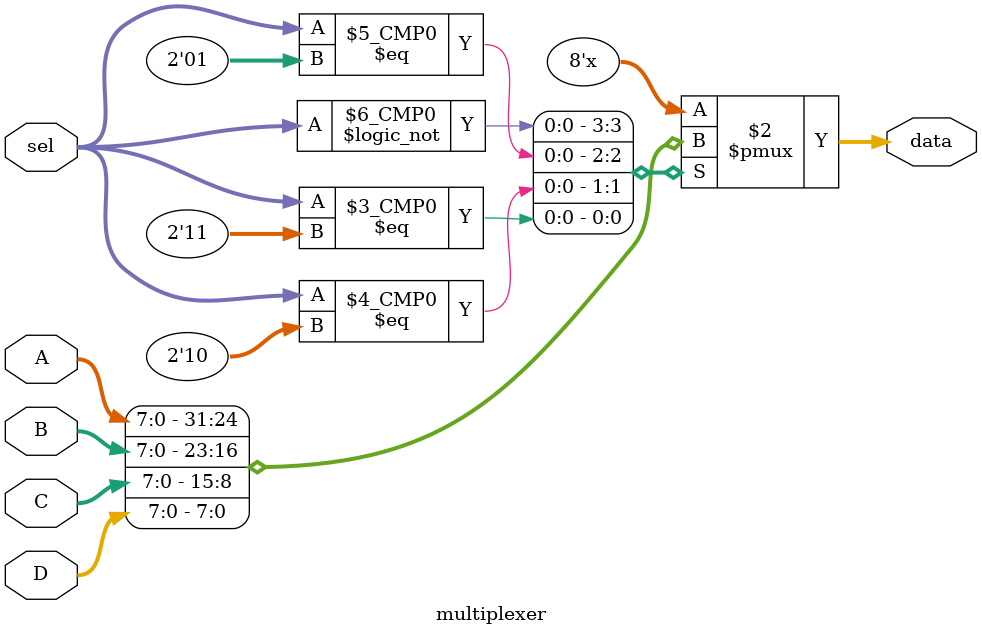
<source format=v>
module multiplexer(
    input [7:0] A,
    input [7:0] B,
    input [7:0] C,
    input [7:0] D,
    input [1:0] sel,
    output reg [7:0] data
);

    always @(*) begin 
        case(sel)
            2'b00: data <= A; 
            2'b01: data <= B;
            2'b10: data <= C;
            2'b11: data <= D;
        endcase
    end

endmodule
</source>
